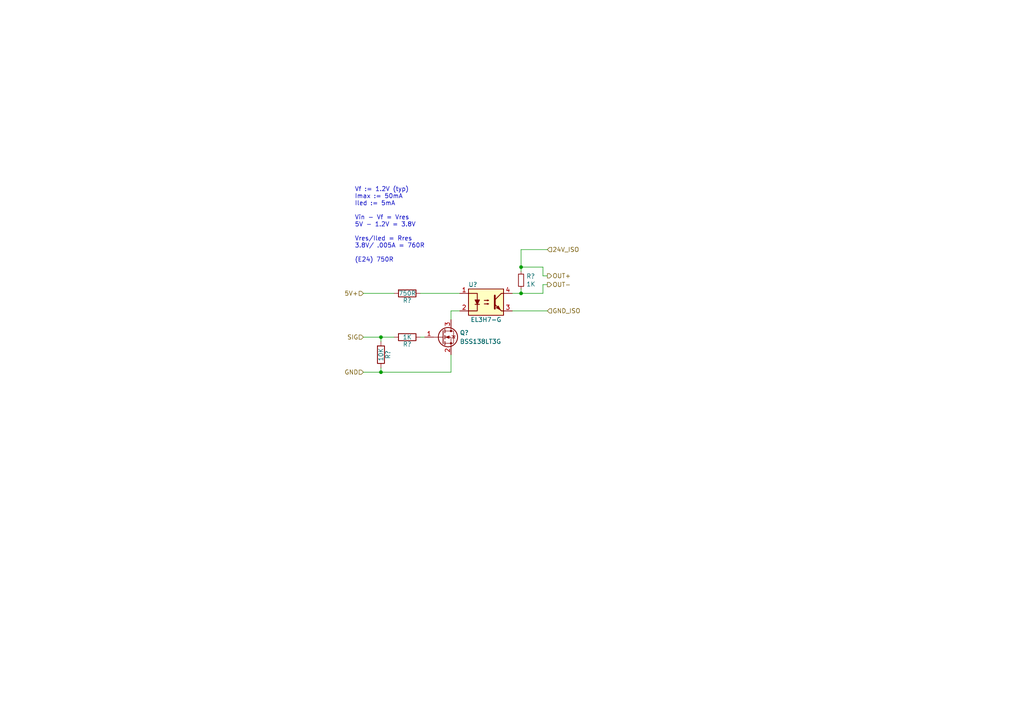
<source format=kicad_sch>
(kicad_sch (version 20211123) (generator eeschema)
  (paper "A4")
  (lib_symbols
    (symbol "Device:Q_NMOS_GSD" (pin_names (offset 0) hide)
      (property "Reference" "Q" (at 5.08 1.27 0))
      (property "Value" "Q_NMOS_GSD" (at 5.08 -1.27 0))
      (symbol "Q_NMOS_GSD_0_1"
        (polyline (pts (xy 0.254 0) (xy -2.54 0)))
        (polyline (pts (xy 0.254 1.905) (xy 0.254 -1.905)) (stroke (width 0.254)))
        (polyline (pts (xy 0.762 -1.27) (xy 0.762 -2.286)) (stroke (width 0.254)))
        (polyline (pts (xy 0.762 0.508) (xy 0.762 -0.508)) (stroke (width 0.254)))
        (polyline (pts (xy 0.762 2.286) (xy 0.762 1.27)) (stroke (width 0.254)))
        (polyline (pts (xy 2.54 2.54) (xy 2.54 1.778)))
        (polyline (pts (xy 2.54 -2.54) (xy 2.54 0) (xy 0.762 0)))
        (polyline (pts (xy 0.762 -1.778) (xy 3.302 -1.778) (xy 3.302 1.778) (xy 0.762 1.778)))
        (polyline (pts (xy 1.016 0) (xy 2.032 0.381) (xy 2.032 -0.381) (xy 1.016 0)) (fill (type outline)))
        (polyline (pts (xy 2.794 0.508) (xy 2.921 0.381) (xy 3.683 0.381) (xy 3.81 0.254)))
        (polyline (pts (xy 3.302 0.381) (xy 2.921 -0.254) (xy 3.683 -0.254) (xy 3.302 0.381)))
        (circle (center 1.651 0) (radius 2.794) (stroke (width 0.254)))
        (circle (center 2.54 -1.778) (radius 0.254) (fill (type outline)))
        (circle (center 2.54 1.778) (radius 0.254) (fill (type outline)))
      )
      (symbol "Q_NMOS_GSD_1_1"
        (pin input line (at -5.08 0 0) (length 2.54) (name "G") (number "1"))
        (pin passive line (at 2.54 -5.08 90) (length 2.54) (name "S") (number "2"))
        (pin passive line (at 2.54 5.08 270) (length 2.54) (name "D") (number "3"))
      )
    )
    (symbol "Device:R" (pin_numbers hide) (pin_names (offset 0))
      (property "Reference" "R" (at 2.032 0 90))
      (property "Value" "R" (at 0 0 90))
      (symbol "R_0_1"
        (rectangle (start -1.016 -2.54) (end 1.016 2.54) (stroke (width 0.254)))
      )
      (symbol "R_1_1"
        (pin passive line (at 0 3.81 270) (length 1.27) (name "~") (number "1"))
        (pin passive line (at 0 -3.81 90) (length 1.27) (name "~") (number "2"))
      )
    )
    (symbol "Device:R_Small" (pin_numbers hide) (pin_names (offset 0.254) hide)
      (property "Reference" "R" (at 0.762 0.508 0))
      (property "Value" "R_Small" (at 0.762 -1.016 0))
      (symbol "R_Small_0_1"
        (rectangle (start -0.762 1.778) (end 0.762 -1.778) (stroke (width 0.2032)))
      )
      (symbol "R_Small_1_1"
        (pin passive line (at 0 2.54 270) (length 0.762) (name "~") (number "1"))
        (pin passive line (at 0 -2.54 90) (length 0.762) (name "~") (number "2"))
      )
    )
    (symbol "william_optoisolators:EL3H7-G" (pin_names (offset 1.016))
      (property "Reference" "U" (at -3.81 5.08 0))
      (property "Value" "EL3H7-G" (at -1.27 -5.08 0))
      (symbol "EL3H7-G_1_1"
        (rectangle (start -5.08 3.81) (end 5.08 -3.81) (stroke (width 0.254)) (fill (type background)))
        (polyline (pts (xy -3.175 -0.635) (xy -1.905 -0.635)) (stroke (width 0.254)))
        (polyline (pts (xy 2.54 1.905) (xy 2.54 -1.905) (xy 2.54 -1.905)) (stroke (width 0.508)))
        (polyline (pts (xy 5.08 -2.54) (xy 4.445 -2.54) (xy 2.54 -0.635)) (stroke (width 0.254)))
        (polyline (pts (xy 5.08 2.54) (xy 4.445 2.54) (xy 2.54 0.635)) (stroke (width 0.254)))
        (polyline (pts (xy -5.08 -2.54) (xy -2.54 -2.54) (xy -2.54 2.54) (xy -5.08 2.54)) (stroke (width 0.254)))
        (polyline (pts (xy -2.54 -0.635) (xy -3.175 0.635) (xy -1.905 0.635) (xy -2.54 -0.635)) (stroke (width 0.254)) (fill (type outline)))
        (polyline (pts (xy -0.508 -0.508) (xy 0.762 -0.508) (xy 0.381 -0.635) (xy 0.381 -0.381) (xy 0.762 -0.508)) (stroke (width 0.254)))
        (polyline (pts (xy -0.508 0.508) (xy 0.762 0.508) (xy 0.381 0.381) (xy 0.381 0.635) (xy 0.762 0.508)) (stroke (width 0.254)))
        (polyline (pts (xy 3.048 -1.651) (xy 3.556 -1.143) (xy 4.064 -2.159) (xy 3.048 -1.651) (xy 3.048 -1.651)) (stroke (width 0.254)) (fill (type outline)))
        (pin passive line (at -7.62 2.54 0) (length 2.54) (name "~") (number "1"))
        (pin passive line (at -7.62 -2.54 0) (length 2.54) (name "~") (number "2"))
        (pin passive line (at 7.62 -2.54 180) (length 2.54) (name "~") (number "3"))
        (pin passive line (at 7.62 2.54 180) (length 2.54) (name "~") (number "4"))
      )
    )
  )
  (junction (at 110.49 107.95))
  (junction (at 151.13 85.09))
  (junction (at 110.49 97.79))
  (junction (at 151.13 77.47))
  (wire (pts (xy 110.49 107.95) (xy 130.81 107.95)))
  (wire (pts (xy 151.13 72.39) (xy 151.13 77.47)))
  (wire (pts (xy 114.3 85.09) (xy 105.41 85.09)))
  (wire (pts (xy 151.13 77.47) (xy 151.13 78.74)))
  (wire (pts (xy 157.48 77.47) (xy 151.13 77.47)))
  (wire (pts (xy 151.13 85.09) (xy 157.48 85.09)))
  (wire (pts (xy 148.59 90.17) (xy 158.75 90.17)))
  (wire (pts (xy 133.35 90.17) (xy 130.81 90.17)))
  (wire (pts (xy 151.13 72.39) (xy 158.75 72.39)))
  (wire (pts (xy 151.13 85.09) (xy 148.59 85.09)))
  (wire (pts (xy 151.13 83.82) (xy 151.13 85.09)))
  (wire (pts (xy 158.75 80.01) (xy 157.48 80.01)))
  (wire (pts (xy 157.48 80.01) (xy 157.48 77.47)))
  (wire (pts (xy 110.49 106.68) (xy 110.49 107.95)))
  (wire (pts (xy 130.81 90.17) (xy 130.81 92.71)))
  (wire (pts (xy 130.81 107.95) (xy 130.81 102.87)))
  (wire (pts (xy 121.92 97.79) (xy 123.19 97.79)))
  (wire (pts (xy 157.48 85.09) (xy 157.48 82.55)))
  (wire (pts (xy 157.48 82.55) (xy 158.75 82.55)))
  (wire (pts (xy 110.49 97.79) (xy 114.3 97.79)))
  (wire (pts (xy 105.41 97.79) (xy 110.49 97.79)))
  (wire (pts (xy 110.49 99.06) (xy 110.49 97.79)))
  (wire (pts (xy 121.92 85.09) (xy 133.35 85.09)))
  (wire (pts (xy 105.41 107.95) (xy 110.49 107.95)))
  (text "Vf := 1.2V (typ)\nImax := 50mA\nIled := 5mA\n\nVin - Vf = Vres\n5V - 1.2V = 3.8V\n\nVres/Iled = Rres\n3.8V/ .005A = 760R\n\n(E24) 750R" (at 102.87 76.2 0) (effects (font (size 1.27 1.27)) (justify left bottom)))
  (hierarchical_label "GND" (shape input) (at 105.41 107.95 180))
  (hierarchical_label "GND_ISO" (shape input) (at 158.75 90.17 0))
  (hierarchical_label "5V+" (shape input) (at 105.41 85.09 180))
  (hierarchical_label "OUT-" (shape output) (at 158.75 82.55 0))
  (hierarchical_label "24V_ISO" (shape input) (at 158.75 72.39 0))
  (hierarchical_label "OUT+" (shape output) (at 158.75 80.01 0))
  (hierarchical_label "SIG" (shape input) (at 105.41 97.79 180))
  (symbol (lib_id "william_optoisolators:EL3H7-G") (at 140.97 87.63 0) (unit 1)
    (property "Reference" "U?" (at 137.16 82.55 0))
    (property "Value" "EL3H7-G" (at 140.97 92.71 0))
    (property "Footprint" "Housings_SSOP:SOP-4_4.4x2.8mm_Pitch1.27mm" (effects hide))
  )
  (symbol (lib_id "Device:R_Small") (at 151.13 81.28 0) (unit 1)
    (property "Reference" "R?" (at 152.6286 80.1116 0) (effects (justify left)))
    (property "Value" "1K" (at 152.6286 82.423 0) (effects (justify left)))
    (property "Footprint" "Resistors_SMD:R_0402" (effects hide))
  )
  (symbol (lib_id "Device:Q_NMOS_GSD") (at 128.27 97.79 0) (unit 1)
    (property "Reference" "Q?" (at 133.35 96.52 0) (effects (justify left)))
    (property "Value" "BSS138LT3G" (at 133.35 99.06 0) (effects (justify left)))
    (property "Footprint" "TO_SOT_Packages_SMD:SOT-23" (effects hide))
  )
  (symbol (lib_id "Device:R") (at 110.49 102.87 0) (unit 1)
    (property "Reference" "R?" (at 112.522 102.87 90))
    (property "Value" "10K" (at 110.49 102.87 90))
    (property "Footprint" "Resistors_SMD:R_0805" (effects hide))
  )
  (symbol (lib_id "Device:R") (at 118.11 97.79 270) (unit 1)
    (property "Reference" "R?" (at 118.11 99.822 90))
    (property "Value" "1K" (at 118.11 97.79 90))
    (property "Footprint" "Resistors_SMD:R_0805" (effects hide))
  )
  (symbol (lib_id "Device:R") (at 118.11 85.09 270) (unit 1)
    (property "Reference" "R?" (at 118.11 87.122 90))
    (property "Value" "750R" (at 118.11 85.09 90))
    (property "Footprint" "Resistors_SMD:R_0805" (effects hide))
  )
)
</source>
